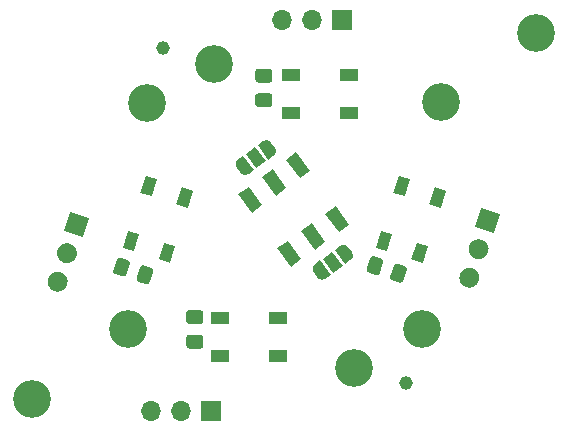
<source format=gbr>
%TF.GenerationSoftware,KiCad,Pcbnew,5.1.9*%
%TF.CreationDate,2021-02-19T09:08:04-05:00*%
%TF.ProjectId,penroserombus_thick_40mm,70656e72-6f73-4657-926f-6d6275735f74,rev?*%
%TF.SameCoordinates,Original*%
%TF.FileFunction,Soldermask,Top*%
%TF.FilePolarity,Negative*%
%FSLAX46Y46*%
G04 Gerber Fmt 4.6, Leading zero omitted, Abs format (unit mm)*
G04 Created by KiCad (PCBNEW 5.1.9) date 2021-02-19 09:08:04*
%MOMM*%
%LPD*%
G01*
G04 APERTURE LIST*
%ADD10C,3.200000*%
%ADD11C,1.150000*%
%ADD12C,0.100000*%
%ADD13R,1.700000X1.700000*%
%ADD14O,1.700000X1.700000*%
%ADD15R,1.500000X1.000000*%
G04 APERTURE END LIST*
D10*
%TO.C,M3*%
X158669595Y-104576871D03*
%TD*%
%TO.C,M3*%
X135394325Y-85437389D03*
%TD*%
%TO.C,M3*%
X152971513Y-107871646D03*
%TD*%
%TO.C,M3*%
X141092407Y-82142614D03*
%TD*%
%TO.C,M3*%
X133795891Y-104623696D03*
%TD*%
%TO.C,M3*%
X160268028Y-85390564D03*
%TD*%
%TO.C,M3*%
X125705721Y-110501549D03*
%TD*%
%TO.C,M3*%
X168358198Y-79512711D03*
%TD*%
D11*
%TO.C,MH*%
X157324909Y-109174159D03*
%TD*%
%TO.C,MH*%
X136739011Y-80840101D03*
%TD*%
%TO.C,C4*%
G36*
G01*
X135931250Y-99745400D02*
X135637684Y-100648904D01*
G75*
G02*
X135322666Y-100809414I-237764J77254D01*
G01*
X134680702Y-100600828D01*
G75*
G02*
X134520192Y-100285810I77254J237764D01*
G01*
X134813758Y-99382306D01*
G75*
G02*
X135128776Y-99221796I237764J-77254D01*
G01*
X135770740Y-99430382D01*
G75*
G02*
X135931250Y-99745400I-77254J-237764D01*
G01*
G37*
G36*
G01*
X133957808Y-99104190D02*
X133664242Y-100007694D01*
G75*
G02*
X133349224Y-100168204I-237764J77254D01*
G01*
X132707260Y-99959618D01*
G75*
G02*
X132546750Y-99644600I77254J237764D01*
G01*
X132840316Y-98741096D01*
G75*
G02*
X133155334Y-98580586I237764J-77254D01*
G01*
X133797298Y-98789172D01*
G75*
G02*
X133957808Y-99104190I-77254J-237764D01*
G01*
G37*
%TD*%
%TO.C,C2*%
G36*
G01*
X139921000Y-106273000D02*
X138971000Y-106273000D01*
G75*
G02*
X138721000Y-106023000I0J250000D01*
G01*
X138721000Y-105348000D01*
G75*
G02*
X138971000Y-105098000I250000J0D01*
G01*
X139921000Y-105098000D01*
G75*
G02*
X140171000Y-105348000I0J-250000D01*
G01*
X140171000Y-106023000D01*
G75*
G02*
X139921000Y-106273000I-250000J0D01*
G01*
G37*
G36*
G01*
X139921000Y-104198000D02*
X138971000Y-104198000D01*
G75*
G02*
X138721000Y-103948000I0J250000D01*
G01*
X138721000Y-103273000D01*
G75*
G02*
X138971000Y-103023000I250000J0D01*
G01*
X139921000Y-103023000D01*
G75*
G02*
X140171000Y-103273000I0J-250000D01*
G01*
X140171000Y-103948000D01*
G75*
G02*
X139921000Y-104198000I-250000J0D01*
G01*
G37*
%TD*%
D12*
%TO.C,SW1*%
G36*
X149208099Y-91198574D02*
G01*
X148318180Y-91845137D01*
X147171999Y-90267554D01*
X148061918Y-89620991D01*
X149208099Y-91198574D01*
G37*
G36*
X147185557Y-92668037D02*
G01*
X146295638Y-93314600D01*
X145149457Y-91737017D01*
X146039376Y-91090454D01*
X147185557Y-92668037D01*
G37*
G36*
X145163014Y-94137500D02*
G01*
X144273095Y-94784063D01*
X143126914Y-93206480D01*
X144016833Y-92559917D01*
X145163014Y-94137500D01*
G37*
G36*
X152529086Y-95769520D02*
G01*
X151639167Y-96416083D01*
X150492986Y-94838500D01*
X151382905Y-94191937D01*
X152529086Y-95769520D01*
G37*
G36*
X150506543Y-97238983D02*
G01*
X149616624Y-97885546D01*
X148470443Y-96307963D01*
X149360362Y-95661400D01*
X150506543Y-97238983D01*
G37*
G36*
X148484001Y-98708446D02*
G01*
X147594082Y-99355009D01*
X146447901Y-97777426D01*
X147337820Y-97130863D01*
X148484001Y-98708446D01*
G37*
%TD*%
%TO.C,C1*%
G36*
G01*
X155420808Y-98977190D02*
X155127242Y-99880694D01*
G75*
G02*
X154812224Y-100041204I-237764J77254D01*
G01*
X154170260Y-99832618D01*
G75*
G02*
X154009750Y-99517600I77254J237764D01*
G01*
X154303316Y-98614096D01*
G75*
G02*
X154618334Y-98453586I237764J-77254D01*
G01*
X155260298Y-98662172D01*
G75*
G02*
X155420808Y-98977190I-77254J-237764D01*
G01*
G37*
G36*
G01*
X157394250Y-99618400D02*
X157100684Y-100521904D01*
G75*
G02*
X156785666Y-100682414I-237764J77254D01*
G01*
X156143702Y-100473828D01*
G75*
G02*
X155983192Y-100158810I77254J237764D01*
G01*
X156276758Y-99255306D01*
G75*
G02*
X156591776Y-99094796I237764J-77254D01*
G01*
X157233740Y-99303382D01*
G75*
G02*
X157394250Y-99618400I-77254J-237764D01*
G01*
G37*
%TD*%
%TO.C,J1*%
G36*
G01*
X161883431Y-100009654D02*
X161883431Y-100009654D01*
G75*
G02*
X162954493Y-99463920I808398J-262664D01*
G01*
X162954493Y-99463920D01*
G75*
G02*
X163500227Y-100534982I-262664J-808398D01*
G01*
X163500227Y-100534982D01*
G75*
G02*
X162429165Y-101080716I-808398J262664D01*
G01*
X162429165Y-101080716D01*
G75*
G02*
X161883431Y-100009654I262664J808398D01*
G01*
G37*
G36*
G01*
X162668334Y-97593971D02*
X162668334Y-97593971D01*
G75*
G02*
X163739396Y-97048237I808398J-262664D01*
G01*
X163739396Y-97048237D01*
G75*
G02*
X164285130Y-98119299I-262664J-808398D01*
G01*
X164285130Y-98119299D01*
G75*
G02*
X163214068Y-98665033I-808398J262664D01*
G01*
X163214068Y-98665033D01*
G75*
G02*
X162668334Y-97593971I262664J808398D01*
G01*
G37*
G36*
X163190573Y-95986685D02*
G01*
X163715901Y-94369889D01*
X165332697Y-94895217D01*
X164807369Y-96512013D01*
X163190573Y-95986685D01*
G37*
%TD*%
D13*
%TO.C,J2*%
X140851620Y-111528260D03*
D14*
X138311620Y-111528260D03*
X135771620Y-111528260D03*
%TD*%
D13*
%TO.C,J3*%
X151943635Y-78486676D03*
D14*
X149403635Y-78486676D03*
X146863635Y-78486676D03*
%TD*%
%TO.C,J4*%
G36*
G01*
X127031397Y-100348375D02*
X127031397Y-100348375D01*
G75*
G02*
X128102459Y-99802641I808398J-262664D01*
G01*
X128102459Y-99802641D01*
G75*
G02*
X128648193Y-100873703I-262664J-808398D01*
G01*
X128648193Y-100873703D01*
G75*
G02*
X127577131Y-101419437I-808398J262664D01*
G01*
X127577131Y-101419437D01*
G75*
G02*
X127031397Y-100348375I262664J808398D01*
G01*
G37*
G36*
G01*
X127816300Y-97932692D02*
X127816300Y-97932692D01*
G75*
G02*
X128887362Y-97386958I808398J-262664D01*
G01*
X128887362Y-97386958D01*
G75*
G02*
X129433096Y-98458020I-262664J-808398D01*
G01*
X129433096Y-98458020D01*
G75*
G02*
X128362034Y-99003754I-808398J262664D01*
G01*
X128362034Y-99003754D01*
G75*
G02*
X127816300Y-97932692I262664J808398D01*
G01*
G37*
D12*
G36*
X128338539Y-96325406D02*
G01*
X128863867Y-94708610D01*
X130480663Y-95233938D01*
X129955335Y-96850734D01*
X128338539Y-96325406D01*
G37*
%TD*%
%TO.C,JP1*%
G36*
X144653608Y-90996576D02*
G01*
X143771931Y-89783051D01*
X144580948Y-89195266D01*
X145462625Y-90408791D01*
X144653608Y-90996576D01*
G37*
G36*
X145228515Y-88725524D02*
G01*
X145248363Y-88711104D01*
X145290696Y-88686293D01*
X145335256Y-88665750D01*
X145381616Y-88649674D01*
X145429328Y-88638219D01*
X145477932Y-88631497D01*
X145526962Y-88629569D01*
X145575944Y-88632458D01*
X145624409Y-88640135D01*
X145671886Y-88652523D01*
X145717921Y-88669507D01*
X145762070Y-88690920D01*
X145803907Y-88716558D01*
X145843030Y-88746173D01*
X145879061Y-88779481D01*
X145911654Y-88816159D01*
X145926075Y-88836007D01*
X145926562Y-88835653D01*
X146220455Y-89240162D01*
X146219968Y-89240515D01*
X146234389Y-89260364D01*
X146259199Y-89302696D01*
X146279743Y-89347256D01*
X146295818Y-89393616D01*
X146307274Y-89441328D01*
X146313995Y-89489933D01*
X146315923Y-89538963D01*
X146313034Y-89587945D01*
X146305358Y-89636410D01*
X146292969Y-89683887D01*
X146275985Y-89729922D01*
X146254572Y-89774070D01*
X146228934Y-89815907D01*
X146199319Y-89855030D01*
X146166011Y-89891061D01*
X146129334Y-89923655D01*
X146109485Y-89938076D01*
X146109839Y-89938563D01*
X145664880Y-90261845D01*
X144783202Y-89048319D01*
X145228161Y-88725037D01*
X145228515Y-88725524D01*
G37*
G36*
X144451354Y-91143523D02*
G01*
X144006395Y-91466805D01*
X144006041Y-91466318D01*
X143986193Y-91480738D01*
X143943860Y-91505549D01*
X143899300Y-91526092D01*
X143852940Y-91542168D01*
X143805228Y-91553623D01*
X143756624Y-91560345D01*
X143707594Y-91562273D01*
X143658612Y-91559384D01*
X143610147Y-91551707D01*
X143562670Y-91539319D01*
X143516635Y-91522335D01*
X143472486Y-91500922D01*
X143430649Y-91475284D01*
X143391526Y-91445669D01*
X143355495Y-91412361D01*
X143322902Y-91375683D01*
X143308481Y-91355835D01*
X143307994Y-91356189D01*
X143014101Y-90951680D01*
X143014588Y-90951327D01*
X143000167Y-90931478D01*
X142975357Y-90889146D01*
X142954813Y-90844586D01*
X142938738Y-90798226D01*
X142927282Y-90750514D01*
X142920561Y-90701909D01*
X142918633Y-90652879D01*
X142921522Y-90603897D01*
X142929198Y-90555432D01*
X142941587Y-90507955D01*
X142958571Y-90461920D01*
X142979984Y-90417772D01*
X143005622Y-90375935D01*
X143035237Y-90336812D01*
X143068545Y-90300781D01*
X143105222Y-90268187D01*
X143125071Y-90253766D01*
X143124717Y-90253279D01*
X143569676Y-89929997D01*
X144451354Y-91143523D01*
G37*
%TD*%
%TO.C,JP2*%
G36*
X150964076Y-100006002D02*
G01*
X150519117Y-100329284D01*
X150518763Y-100328797D01*
X150498915Y-100343217D01*
X150456582Y-100368028D01*
X150412022Y-100388571D01*
X150365662Y-100404647D01*
X150317950Y-100416102D01*
X150269346Y-100422824D01*
X150220316Y-100424752D01*
X150171334Y-100421863D01*
X150122869Y-100414186D01*
X150075392Y-100401798D01*
X150029357Y-100384814D01*
X149985208Y-100363401D01*
X149943371Y-100337763D01*
X149904248Y-100308148D01*
X149868217Y-100274840D01*
X149835624Y-100238162D01*
X149821203Y-100218314D01*
X149820716Y-100218668D01*
X149526823Y-99814159D01*
X149527310Y-99813806D01*
X149512889Y-99793957D01*
X149488079Y-99751625D01*
X149467535Y-99707065D01*
X149451460Y-99660705D01*
X149440004Y-99612993D01*
X149433283Y-99564388D01*
X149431355Y-99515358D01*
X149434244Y-99466376D01*
X149441920Y-99417911D01*
X149454309Y-99370434D01*
X149471293Y-99324399D01*
X149492706Y-99280251D01*
X149518344Y-99238414D01*
X149547959Y-99199291D01*
X149581267Y-99163260D01*
X149617944Y-99130666D01*
X149637793Y-99116245D01*
X149637439Y-99115758D01*
X150082398Y-98792476D01*
X150964076Y-100006002D01*
G37*
G36*
X151741237Y-97588003D02*
G01*
X151761085Y-97573583D01*
X151803418Y-97548772D01*
X151847978Y-97528229D01*
X151894338Y-97512153D01*
X151942050Y-97500698D01*
X151990654Y-97493976D01*
X152039684Y-97492048D01*
X152088666Y-97494937D01*
X152137131Y-97502614D01*
X152184608Y-97515002D01*
X152230643Y-97531986D01*
X152274792Y-97553399D01*
X152316629Y-97579037D01*
X152355752Y-97608652D01*
X152391783Y-97641960D01*
X152424376Y-97678638D01*
X152438797Y-97698486D01*
X152439284Y-97698132D01*
X152733177Y-98102641D01*
X152732690Y-98102994D01*
X152747111Y-98122843D01*
X152771921Y-98165175D01*
X152792465Y-98209735D01*
X152808540Y-98256095D01*
X152819996Y-98303807D01*
X152826717Y-98352412D01*
X152828645Y-98401442D01*
X152825756Y-98450424D01*
X152818080Y-98498889D01*
X152805691Y-98546366D01*
X152788707Y-98592401D01*
X152767294Y-98636549D01*
X152741656Y-98678386D01*
X152712041Y-98717509D01*
X152678733Y-98753540D01*
X152642056Y-98786134D01*
X152622207Y-98800555D01*
X152622561Y-98801042D01*
X152177602Y-99124324D01*
X151295924Y-97910798D01*
X151740883Y-97587516D01*
X151741237Y-97588003D01*
G37*
G36*
X151166330Y-99859055D02*
G01*
X150284653Y-98645530D01*
X151093670Y-98057745D01*
X151975347Y-99271270D01*
X151166330Y-99859055D01*
G37*
%TD*%
%TO.C,C3*%
G36*
G01*
X145763000Y-83751000D02*
X144813000Y-83751000D01*
G75*
G02*
X144563000Y-83501000I0J250000D01*
G01*
X144563000Y-82826000D01*
G75*
G02*
X144813000Y-82576000I250000J0D01*
G01*
X145763000Y-82576000D01*
G75*
G02*
X146013000Y-82826000I0J-250000D01*
G01*
X146013000Y-83501000D01*
G75*
G02*
X145763000Y-83751000I-250000J0D01*
G01*
G37*
G36*
G01*
X145763000Y-85826000D02*
X144813000Y-85826000D01*
G75*
G02*
X144563000Y-85576000I0J250000D01*
G01*
X144563000Y-84901000D01*
G75*
G02*
X144813000Y-84651000I250000J0D01*
G01*
X145763000Y-84651000D01*
G75*
G02*
X146013000Y-84901000I0J-250000D01*
G01*
X146013000Y-85576000D01*
G75*
G02*
X145763000Y-85826000I-250000J0D01*
G01*
G37*
%TD*%
%TO.C,D1*%
G36*
X159772641Y-92628233D02*
G01*
X160723698Y-92937250D01*
X160260173Y-94363835D01*
X159309116Y-94054818D01*
X159772641Y-92628233D01*
G37*
G36*
X156729260Y-91639378D02*
G01*
X157680317Y-91948395D01*
X157216792Y-93374980D01*
X156265735Y-93065963D01*
X156729260Y-91639378D01*
G37*
G36*
X158258458Y-97288410D02*
G01*
X159209515Y-97597427D01*
X158745990Y-99024012D01*
X157794933Y-98714995D01*
X158258458Y-97288410D01*
G37*
G36*
X155215077Y-96299555D02*
G01*
X156166134Y-96608572D01*
X155702609Y-98035157D01*
X154751552Y-97726140D01*
X155215077Y-96299555D01*
G37*
%TD*%
D15*
%TO.C,D2*%
X141582407Y-103689119D03*
X141582407Y-106889119D03*
X146482407Y-103689119D03*
X146482407Y-106889119D03*
%TD*%
%TO.C,D3*%
X147581513Y-83125141D03*
X147581513Y-86325141D03*
X152481513Y-83125141D03*
X152481513Y-86325141D03*
%TD*%
D12*
%TO.C,D4*%
G36*
X138361310Y-92628233D02*
G01*
X139312367Y-92937250D01*
X138848842Y-94363835D01*
X137897785Y-94054818D01*
X138361310Y-92628233D01*
G37*
G36*
X135317929Y-91639378D02*
G01*
X136268986Y-91948395D01*
X135805461Y-93374980D01*
X134854404Y-93065963D01*
X135317929Y-91639378D01*
G37*
G36*
X136847127Y-97288410D02*
G01*
X137798184Y-97597427D01*
X137334659Y-99024012D01*
X136383602Y-98714995D01*
X136847127Y-97288410D01*
G37*
G36*
X133803746Y-96299555D02*
G01*
X134754803Y-96608572D01*
X134291278Y-98035157D01*
X133340221Y-97726140D01*
X133803746Y-96299555D01*
G37*
%TD*%
M02*

</source>
